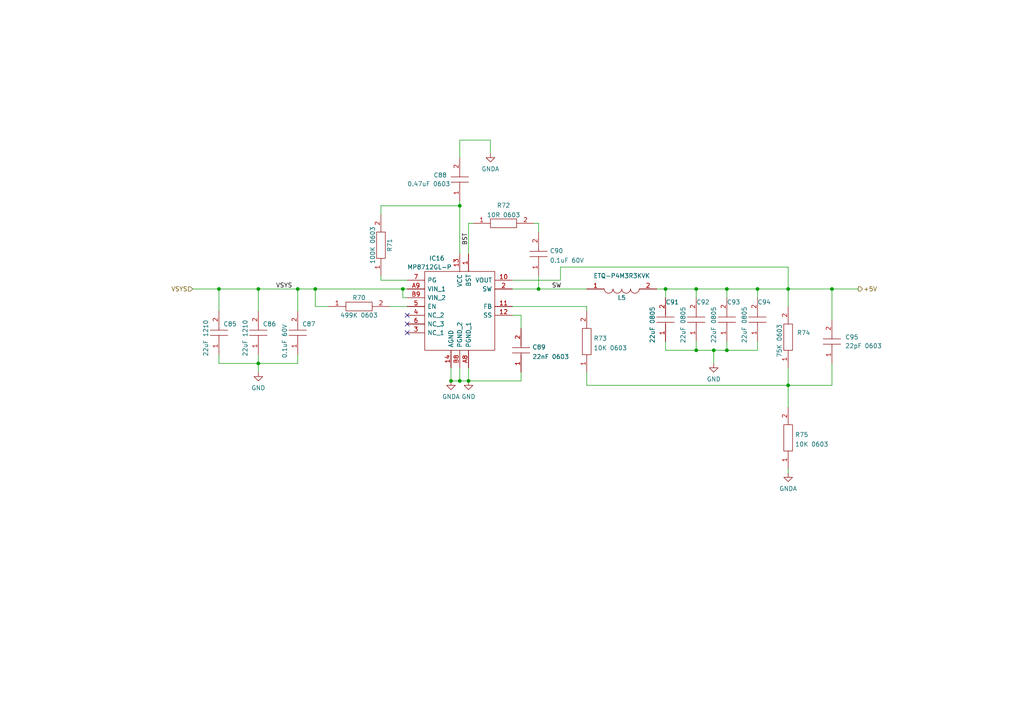
<source format=kicad_sch>
(kicad_sch (version 20211123) (generator eeschema)
  (paper "A4")
  (lib_symbols
    (symbol "GRM21BR61E226ME44L_1" (pin_names (offset 0.762))
      (property "Reference" "C" (at 8.89 6.35 0))
      (property "Value" "GRM21BR61E226ME44L_1" (at 8.89 3.81 0))
      (symbol "GRM21BR61E226ME44L_1_0_0"
        (pin passive line (at 0 0 0) (length 5.08) (name "~") (number "1"))
        (pin passive line (at 12.7 0 180) (length 5.08) (name "~") (number "2"))
      )
      (symbol "GRM21BR61E226ME44L_1_0_1"
        (polyline (pts (xy 5.08 0) (xy 5.588 0)) (stroke (width 0.1524)))
        (polyline (pts (xy 5.588 2.54) (xy 5.588 -2.54)) (stroke (width 0.1524)))
        (polyline (pts (xy 7.112 0) (xy 7.62 0)) (stroke (width 0.1524)))
        (polyline (pts (xy 7.112 2.54) (xy 7.112 -2.54)) (stroke (width 0.1524)))
      )
    )
    (symbol "GRM21BR61E226ME44L_2" (pin_names (offset 0.762))
      (property "Reference" "C" (at 8.89 6.35 0))
      (property "Value" "GRM21BR61E226ME44L_2" (at 8.89 3.81 0))
      (symbol "GRM21BR61E226ME44L_2_0_0"
        (pin passive line (at 0 0 0) (length 5.08) (name "~") (number "1"))
        (pin passive line (at 12.7 0 180) (length 5.08) (name "~") (number "2"))
      )
      (symbol "GRM21BR61E226ME44L_2_0_1"
        (polyline (pts (xy 5.08 0) (xy 5.588 0)) (stroke (width 0.1524)))
        (polyline (pts (xy 5.588 2.54) (xy 5.588 -2.54)) (stroke (width 0.1524)))
        (polyline (pts (xy 7.112 0) (xy 7.62 0)) (stroke (width 0.1524)))
        (polyline (pts (xy 7.112 2.54) (xy 7.112 -2.54)) (stroke (width 0.1524)))
      )
    )
    (symbol "GRM21BR61E226ME44L_3" (pin_names (offset 0.762))
      (property "Reference" "C" (at 8.89 6.35 0))
      (property "Value" "GRM21BR61E226ME44L_3" (at 8.89 3.81 0))
      (symbol "GRM21BR61E226ME44L_3_0_0"
        (pin passive line (at 0 0 0) (length 5.08) (name "~") (number "1"))
        (pin passive line (at 12.7 0 180) (length 5.08) (name "~") (number "2"))
      )
      (symbol "GRM21BR61E226ME44L_3_0_1"
        (polyline (pts (xy 5.08 0) (xy 5.588 0)) (stroke (width 0.1524)))
        (polyline (pts (xy 5.588 2.54) (xy 5.588 -2.54)) (stroke (width 0.1524)))
        (polyline (pts (xy 7.112 0) (xy 7.62 0)) (stroke (width 0.1524)))
        (polyline (pts (xy 7.112 2.54) (xy 7.112 -2.54)) (stroke (width 0.1524)))
      )
    )
    (symbol "cf33pwr:06035C104K4Z2A" (pin_names (offset 0.762))
      (property "Reference" "C" (at 8.89 6.35 0))
      (property "Value" "06035C104K4Z2A" (at 8.89 3.81 0))
      (symbol "06035C104K4Z2A_0_0"
        (pin passive line (at 0 0 0) (length 5.08) (name "~") (number "1"))
        (pin passive line (at 12.7 0 180) (length 5.08) (name "~") (number "2"))
      )
      (symbol "06035C104K4Z2A_0_1"
        (polyline (pts (xy 5.08 0) (xy 5.588 0)) (stroke (width 0.1524)))
        (polyline (pts (xy 5.588 2.54) (xy 5.588 -2.54)) (stroke (width 0.1524)))
        (polyline (pts (xy 7.112 0) (xy 7.62 0)) (stroke (width 0.1524)))
        (polyline (pts (xy 7.112 2.54) (xy 7.112 -2.54)) (stroke (width 0.1524)))
      )
    )
    (symbol "cf33pwr:06035C220JAT2A" (pin_names (offset 0.762))
      (property "Reference" "C" (at 8.89 6.35 0))
      (property "Value" "06035C220JAT2A" (at 8.89 3.81 0))
      (symbol "06035C220JAT2A_0_0"
        (pin passive line (at 0 0 0) (length 5.08) (name "~") (number "1"))
        (pin passive line (at 12.7 0 180) (length 5.08) (name "~") (number "2"))
      )
      (symbol "06035C220JAT2A_0_1"
        (polyline (pts (xy 5.08 0) (xy 5.588 0)) (stroke (width 0.1524)))
        (polyline (pts (xy 5.588 2.54) (xy 5.588 -2.54)) (stroke (width 0.1524)))
        (polyline (pts (xy 7.112 0) (xy 7.62 0)) (stroke (width 0.1524)))
        (polyline (pts (xy 7.112 2.54) (xy 7.112 -2.54)) (stroke (width 0.1524)))
      )
    )
    (symbol "cf33pwr:06035C474KAT2A" (pin_names (offset 0.762))
      (property "Reference" "C" (at 8.89 6.35 0))
      (property "Value" "06035C474KAT2A" (at 8.89 3.81 0))
      (symbol "06035C474KAT2A_0_0"
        (pin passive line (at 0 0 0) (length 5.08) (name "~") (number "1"))
        (pin passive line (at 12.7 0 180) (length 5.08) (name "~") (number "2"))
      )
      (symbol "06035C474KAT2A_0_1"
        (polyline (pts (xy 5.08 0) (xy 5.588 0)) (stroke (width 0.1524)))
        (polyline (pts (xy 5.588 2.54) (xy 5.588 -2.54)) (stroke (width 0.1524)))
        (polyline (pts (xy 7.112 0) (xy 7.62 0)) (stroke (width 0.1524)))
        (polyline (pts (xy 7.112 2.54) (xy 7.112 -2.54)) (stroke (width 0.1524)))
      )
    )
    (symbol "cf33pwr:885382206003" (pin_names (offset 0.762))
      (property "Reference" "C" (at 8.89 6.35 0))
      (property "Value" "885382206003" (at 8.89 3.81 0))
      (symbol "885382206003_0_0"
        (pin passive line (at 0 0 0) (length 5.08) (name "~") (number "1"))
        (pin passive line (at 12.7 0 180) (length 5.08) (name "~") (number "2"))
      )
      (symbol "885382206003_0_1"
        (polyline (pts (xy 5.08 0) (xy 5.588 0)) (stroke (width 0.1524)))
        (polyline (pts (xy 5.588 2.54) (xy 5.588 -2.54)) (stroke (width 0.1524)))
        (polyline (pts (xy 7.112 0) (xy 7.62 0)) (stroke (width 0.1524)))
        (polyline (pts (xy 7.112 2.54) (xy 7.112 -2.54)) (stroke (width 0.1524)))
      )
    )
    (symbol "cf33pwr:CNC6P1X7R1E226M250AE" (pin_names (offset 0.762))
      (property "Reference" "C" (at 8.89 6.35 0))
      (property "Value" "CNC6P1X7R1E226M250AE" (at 8.89 3.81 0))
      (symbol "CNC6P1X7R1E226M250AE_0_0"
        (pin passive line (at 0 0 0) (length 5.08) (name "~") (number "1"))
        (pin passive line (at 12.7 0 180) (length 5.08) (name "~") (number "2"))
      )
      (symbol "CNC6P1X7R1E226M250AE_0_1"
        (polyline (pts (xy 5.08 0) (xy 5.588 0)) (stroke (width 0.1524)))
        (polyline (pts (xy 5.588 2.54) (xy 5.588 -2.54)) (stroke (width 0.1524)))
        (polyline (pts (xy 7.112 0) (xy 7.62 0)) (stroke (width 0.1524)))
        (polyline (pts (xy 7.112 2.54) (xy 7.112 -2.54)) (stroke (width 0.1524)))
      )
    )
    (symbol "cf33pwr:CRCW060310K0FKEAC" (pin_names (offset 0.762))
      (property "Reference" "R" (at 13.97 6.35 0))
      (property "Value" "CRCW060310K0FKEAC" (at 13.97 3.81 0))
      (symbol "CRCW060310K0FKEAC_0_0"
        (pin passive line (at 0 0 0) (length 5.08) (name "~") (number "1"))
        (pin passive line (at 17.78 0 180) (length 5.08) (name "~") (number "2"))
      )
      (symbol "CRCW060310K0FKEAC_0_1"
        (polyline (pts (xy 5.08 1.27) (xy 12.7 1.27) (xy 12.7 -1.27) (xy 5.08 -1.27) (xy 5.08 1.27)) (stroke (width 0.1524)))
      )
    )
    (symbol "cf33pwr:CRCW0603499KFKTA" (pin_names (offset 0.762))
      (property "Reference" "R" (at 13.97 6.35 0))
      (property "Value" "CRCW0603499KFKTA" (at 13.97 3.81 0))
      (symbol "CRCW0603499KFKTA_0_0"
        (pin passive line (at 0 0 0) (length 5.08) (name "~") (number "1"))
        (pin passive line (at 17.78 0 180) (length 5.08) (name "~") (number "2"))
      )
      (symbol "CRCW0603499KFKTA_0_1"
        (polyline (pts (xy 5.08 1.27) (xy 12.7 1.27) (xy 12.7 -1.27) (xy 5.08 -1.27) (xy 5.08 1.27)) (stroke (width 0.1524)))
      )
    )
    (symbol "cf33pwr:CRGCQ0603F10R" (pin_names (offset 0.762))
      (property "Reference" "R" (at 13.97 6.35 0))
      (property "Value" "CRGCQ0603F10R" (at 13.97 3.81 0))
      (symbol "CRGCQ0603F10R_0_0"
        (pin passive line (at 0 0 0) (length 5.08) (name "~") (number "1"))
        (pin passive line (at 17.78 0 180) (length 5.08) (name "~") (number "2"))
      )
      (symbol "CRGCQ0603F10R_0_1"
        (polyline (pts (xy 5.08 1.27) (xy 12.7 1.27) (xy 12.7 -1.27) (xy 5.08 -1.27) (xy 5.08 1.27)) (stroke (width 0.1524)))
      )
    )
    (symbol "cf33pwr:ERJ-H3ED1003V" (pin_names (offset 0.762))
      (property "Reference" "R" (at 13.97 6.35 0))
      (property "Value" "ERJ-H3ED1003V" (at 13.97 3.81 0))
      (symbol "ERJ-H3ED1003V_0_0"
        (pin passive line (at 0 0 0) (length 5.08) (name "~") (number "1"))
        (pin passive line (at 17.78 0 180) (length 5.08) (name "~") (number "2"))
      )
      (symbol "ERJ-H3ED1003V_0_1"
        (polyline (pts (xy 5.08 1.27) (xy 12.7 1.27) (xy 12.7 -1.27) (xy 5.08 -1.27) (xy 5.08 1.27)) (stroke (width 0.1524)))
      )
    )
    (symbol "cf33pwr:GRM21BR61E226ME44L" (pin_names (offset 0.762))
      (property "Reference" "C" (at 8.89 6.35 0))
      (property "Value" "GRM21BR61E226ME44L" (at 8.89 3.81 0))
      (symbol "GRM21BR61E226ME44L_0_0"
        (pin passive line (at 0 0 0) (length 5.08) (name "~") (number "1"))
        (pin passive line (at 12.7 0 180) (length 5.08) (name "~") (number "2"))
      )
      (symbol "GRM21BR61E226ME44L_0_1"
        (polyline (pts (xy 5.08 0) (xy 5.588 0)) (stroke (width 0.1524)))
        (polyline (pts (xy 5.588 2.54) (xy 5.588 -2.54)) (stroke (width 0.1524)))
        (polyline (pts (xy 7.112 0) (xy 7.62 0)) (stroke (width 0.1524)))
        (polyline (pts (xy 7.112 2.54) (xy 7.112 -2.54)) (stroke (width 0.1524)))
      )
    )
    (symbol "cf33pwr:MP8712GL-P" (pin_names (offset 0.762))
      (property "Reference" "IC" (at 26.67 7.62 0))
      (property "Value" "MP8712GL-P" (at 26.67 5.08 0))
      (symbol "MP8712GL-P_0_0"
        (pin passive line (at 17.78 7.62 270) (length 5.08) (name "BST") (number "1"))
        (pin passive line (at 30.48 0 180) (length 5.08) (name "VOUT") (number "10"))
        (pin passive line (at 30.48 -7.62 180) (length 5.08) (name "FB") (number "11"))
        (pin passive line (at 30.48 -10.16 180) (length 5.08) (name "SS") (number "12"))
        (pin passive line (at 15.24 7.62 270) (length 5.08) (name "VCC") (number "13"))
        (pin passive line (at 12.7 -25.4 90) (length 5.08) (name "AGND") (number "14"))
        (pin passive line (at 30.48 -2.54 180) (length 5.08) (name "SW") (number "2"))
        (pin passive line (at 0 -15.24 0) (length 5.08) (name "NC_1") (number "3"))
        (pin passive line (at 0 -10.16 0) (length 5.08) (name "NC_2") (number "4"))
        (pin passive line (at 0 -7.62 0) (length 5.08) (name "EN") (number "5"))
        (pin passive line (at 0 -12.7 0) (length 5.08) (name "NC_3") (number "6"))
        (pin passive line (at 0 0 0) (length 5.08) (name "PG") (number "7"))
        (pin passive line (at 17.78 -25.4 90) (length 5.08) (name "PGND_1") (number "A8"))
        (pin passive line (at 0 -2.54 0) (length 5.08) (name "VIN_1") (number "A9"))
        (pin passive line (at 15.24 -25.4 90) (length 5.08) (name "PGND_2") (number "B8"))
        (pin passive line (at 0 -5.08 0) (length 5.08) (name "VIN_2") (number "B9"))
      )
      (symbol "MP8712GL-P_0_1"
        (polyline (pts (xy 5.08 2.54) (xy 25.4 2.54) (xy 25.4 -20.32) (xy 5.08 -20.32) (xy 5.08 2.54)) (stroke (width 0.1524)))
      )
    )
    (symbol "global_lib:ETQ-P4M3R3KVK" (pin_names (offset 0.762))
      (property "Reference" "L" (at 16.51 6.35 0))
      (property "Value" "ETQ-P4M3R3KVK" (at 16.51 3.81 0))
      (symbol "ETQ-P4M3R3KVK_0_0"
        (pin passive line (at 0 0 0) (length 5.08) (name "~") (number "1"))
        (pin passive line (at 20.32 0 180) (length 5.08) (name "~") (number "2"))
      )
      (symbol "ETQ-P4M3R3KVK_0_1"
        (arc (start 5.08 0) (mid 6.35 -1.3218) (end 7.62 0) (stroke (width 0.1524)))
        (arc (start 7.62 0) (mid 8.89 -1.3218) (end 10.16 0) (stroke (width 0.1524)))
        (arc (start 10.16 0) (mid 11.43 -1.3218) (end 12.7 0) (stroke (width 0.1524)))
        (arc (start 12.7 0) (mid 13.97 -1.3218) (end 15.24 0) (stroke (width 0.1524)))
      )
    )
    (symbol "global_lib:RCS060375K0FKEA" (pin_names (offset 0.762))
      (property "Reference" "R" (at 13.97 6.35 0))
      (property "Value" "RCS060375K0FKEA" (at 13.97 3.81 0))
      (symbol "RCS060375K0FKEA_0_0"
        (pin passive line (at 0 0 0) (length 5.08) (name "~") (number "1"))
        (pin passive line (at 17.78 0 180) (length 5.08) (name "~") (number "2"))
      )
      (symbol "RCS060375K0FKEA_0_1"
        (polyline (pts (xy 5.08 1.27) (xy 12.7 1.27) (xy 12.7 -1.27) (xy 5.08 -1.27) (xy 5.08 1.27)) (stroke (width 0.1524)))
      )
    )
    (symbol "power:GND" (power) (pin_names (offset 0))
      (property "Value" "GND" (at 0 -3.81 0))
      (symbol "GND_0_1"
        (polyline (pts (xy 0 0) (xy 0 -1.27) (xy 1.27 -1.27) (xy 0 -2.54) (xy -1.27 -1.27) (xy 0 -1.27)))
      )
      (symbol "GND_1_1"
        (pin power_in line (at 0 0 270) (length 0) hide (name "GND") (number "1"))
      )
    )
    (symbol "power:GNDA" (power) (pin_names (offset 0))
      (property "Value" "GNDA" (at 0 -3.81 0))
      (symbol "GNDA_0_1"
        (polyline (pts (xy 0 0) (xy 0 -1.27) (xy 1.27 -1.27) (xy 0 -2.54) (xy -1.27 -1.27) (xy 0 -1.27)))
      )
      (symbol "GNDA_1_1"
        (pin power_in line (at 0 0 270) (length 0) hide (name "GNDA") (number "1"))
      )
    )
  )
  (junction (at 210.82 101.6))
  (junction (at 207.01 101.6))
  (junction (at 156.21 83.82))
  (junction (at 130.81 110.49))
  (junction (at 228.6 111.76))
  (junction (at 210.82 83.82))
  (junction (at 241.3 83.82))
  (junction (at 116.84 83.82))
  (junction (at 86.36 83.82))
  (junction (at 201.93 101.6))
  (junction (at 91.44 83.82))
  (junction (at 74.93 105.41))
  (junction (at 63.5 83.82))
  (junction (at 133.35 59.69))
  (junction (at 193.04 83.82))
  (junction (at 228.6 83.82))
  (junction (at 201.93 83.82))
  (junction (at 135.89 110.49))
  (junction (at 219.71 83.82))
  (junction (at 74.93 83.82))
  (junction (at 133.35 110.49))
  (no_connect (at 118.11 91.44))
  (no_connect (at 118.11 93.98))
  (no_connect (at 118.11 96.52))
  (wire (pts (xy 151.13 107.95) (xy 151.13 110.49)))
  (wire (pts (xy 190.5 83.82) (xy 193.04 83.82)))
  (wire (pts (xy 228.6 135.89) (xy 228.6 137.16)))
  (wire (pts (xy 133.35 110.49) (xy 135.89 110.49)))
  (wire (pts (xy 162.56 77.47) (xy 228.6 77.47)))
  (wire (pts (xy 133.35 40.64) (xy 142.24 40.64)))
  (wire (pts (xy 201.93 101.6) (xy 207.01 101.6)))
  (wire (pts (xy 133.35 58.42) (xy 133.35 59.69)))
  (wire (pts (xy 133.35 45.72) (xy 133.35 40.64)))
  (wire (pts (xy 55.88 83.82) (xy 63.5 83.82)))
  (wire (pts (xy 142.24 40.64) (xy 142.24 44.45)))
  (wire (pts (xy 74.93 105.41) (xy 74.93 107.95)))
  (wire (pts (xy 193.04 99.06) (xy 193.04 101.6)))
  (wire (pts (xy 110.49 80.01) (xy 110.49 81.28)))
  (wire (pts (xy 63.5 83.82) (xy 74.93 83.82)))
  (wire (pts (xy 86.36 83.82) (xy 91.44 83.82)))
  (wire (pts (xy 170.18 90.17) (xy 170.18 88.9)))
  (wire (pts (xy 63.5 83.82) (xy 63.5 90.17)))
  (wire (pts (xy 170.18 111.76) (xy 170.18 107.95)))
  (wire (pts (xy 162.56 77.47) (xy 162.56 81.28)))
  (wire (pts (xy 241.3 111.76) (xy 241.3 105.41)))
  (wire (pts (xy 95.25 88.9) (xy 91.44 88.9)))
  (wire (pts (xy 91.44 88.9) (xy 91.44 83.82)))
  (wire (pts (xy 228.6 83.82) (xy 241.3 83.82)))
  (wire (pts (xy 63.5 105.41) (xy 74.93 105.41)))
  (wire (pts (xy 156.21 80.01) (xy 156.21 83.82)))
  (wire (pts (xy 148.59 88.9) (xy 170.18 88.9)))
  (wire (pts (xy 118.11 86.36) (xy 116.84 86.36)))
  (wire (pts (xy 207.01 101.6) (xy 210.82 101.6)))
  (wire (pts (xy 193.04 83.82) (xy 201.93 83.82)))
  (wire (pts (xy 86.36 105.41) (xy 74.93 105.41)))
  (wire (pts (xy 130.81 106.68) (xy 130.81 110.49)))
  (wire (pts (xy 135.89 64.77) (xy 135.89 73.66)))
  (wire (pts (xy 241.3 83.82) (xy 248.92 83.82)))
  (wire (pts (xy 219.71 101.6) (xy 219.71 99.06)))
  (wire (pts (xy 193.04 83.82) (xy 193.04 86.36)))
  (wire (pts (xy 135.89 106.68) (xy 135.89 110.49)))
  (wire (pts (xy 151.13 110.49) (xy 135.89 110.49)))
  (wire (pts (xy 86.36 83.82) (xy 86.36 90.17)))
  (wire (pts (xy 210.82 83.82) (xy 210.82 86.36)))
  (wire (pts (xy 228.6 106.68) (xy 228.6 111.76)))
  (wire (pts (xy 156.21 67.31) (xy 156.21 64.77)))
  (wire (pts (xy 201.93 99.06) (xy 201.93 101.6)))
  (wire (pts (xy 116.84 86.36) (xy 116.84 83.82)))
  (wire (pts (xy 148.59 83.82) (xy 156.21 83.82)))
  (wire (pts (xy 210.82 101.6) (xy 219.71 101.6)))
  (wire (pts (xy 228.6 111.76) (xy 241.3 111.76)))
  (wire (pts (xy 63.5 102.87) (xy 63.5 105.41)))
  (wire (pts (xy 228.6 77.47) (xy 228.6 83.82)))
  (wire (pts (xy 201.93 83.82) (xy 201.93 86.36)))
  (wire (pts (xy 91.44 83.82) (xy 116.84 83.82)))
  (wire (pts (xy 219.71 83.82) (xy 219.71 86.36)))
  (wire (pts (xy 219.71 83.82) (xy 228.6 83.82)))
  (wire (pts (xy 130.81 110.49) (xy 133.35 110.49)))
  (wire (pts (xy 156.21 64.77) (xy 154.94 64.77)))
  (wire (pts (xy 151.13 91.44) (xy 151.13 95.25)))
  (wire (pts (xy 228.6 111.76) (xy 228.6 118.11)))
  (wire (pts (xy 148.59 91.44) (xy 151.13 91.44)))
  (wire (pts (xy 170.18 111.76) (xy 228.6 111.76)))
  (wire (pts (xy 201.93 83.82) (xy 210.82 83.82)))
  (wire (pts (xy 133.35 59.69) (xy 133.35 73.66)))
  (wire (pts (xy 210.82 99.06) (xy 210.82 101.6)))
  (wire (pts (xy 162.56 81.28) (xy 148.59 81.28)))
  (wire (pts (xy 74.93 83.82) (xy 86.36 83.82)))
  (wire (pts (xy 74.93 83.82) (xy 74.93 90.17)))
  (wire (pts (xy 193.04 101.6) (xy 201.93 101.6)))
  (wire (pts (xy 133.35 106.68) (xy 133.35 110.49)))
  (wire (pts (xy 241.3 83.82) (xy 241.3 92.71)))
  (wire (pts (xy 228.6 83.82) (xy 228.6 88.9)))
  (wire (pts (xy 110.49 81.28) (xy 118.11 81.28)))
  (wire (pts (xy 210.82 83.82) (xy 219.71 83.82)))
  (wire (pts (xy 156.21 83.82) (xy 170.18 83.82)))
  (wire (pts (xy 116.84 83.82) (xy 118.11 83.82)))
  (wire (pts (xy 110.49 62.23) (xy 110.49 59.69)))
  (wire (pts (xy 74.93 105.41) (xy 74.93 102.87)))
  (wire (pts (xy 86.36 102.87) (xy 86.36 105.41)))
  (wire (pts (xy 207.01 101.6) (xy 207.01 105.41)))
  (wire (pts (xy 137.16 64.77) (xy 135.89 64.77)))
  (wire (pts (xy 110.49 59.69) (xy 133.35 59.69)))
  (wire (pts (xy 113.03 88.9) (xy 118.11 88.9)))
  (label "BST" (at 135.89 71.12 90))
  (label "SW" (at 160.02 83.82 0))
  (label "VSYS" (at 80.01 83.82 0))
  (hierarchical_label "+5V" (shape output) (at 248.92 83.82 0))
  (hierarchical_label "VSYS" (shape input) (at 55.88 83.82 180))
  (symbol (lib_id "cf33pwr:CNC6P1X7R1E226M250AE") (at 63.5 102.87 90)
    (property "Reference" "C85" (at 64.77 93.98 90) (effects (justify right)))
    (property "Value" "22uF 1210" (at 59.69 92.71 0) (effects (justify right)))
    (property "Footprint" "C_1210_3225Metric" (effects hide))
    (property "Datasheet" "https://product.tdk.com/system/files/dam/doc/product/capacitor/ceramic/mlcc/catalog/mlcc_commercial_soft_cnc_en.pdf" (effects hide))
    (property "Description" "Multilayer Ceramic Chip Capacitors, Capacitance=22uF, LxWxT:3.2x2.5x2.5mm" (effects hide))
    (property "Height" "2.8" (effects hide))
    (property "Manufacturer_Name" "TDK" (effects hide))
    (property "Manufacturer_Part_Number" "CNC6P1X7R1E226M250AE" (effects hide))
    (property "Mouser Part Number" "810-CNC6PX7R1E226M25" (effects hide))
    (property "Mouser Price/Stock" "https://www.mouser.co.uk/ProductDetail/TDK/CNC6P1X7R1E226M250AE?qs=81r%252BiQLm7BQ2QGNukzjckg%3D%3D" (effects hide))
  )
  (symbol (lib_id "global_lib:RCS060375K0FKEA") (at 228.6 106.68 90)
    (property "Reference" "R74" (at 231.14 96.5199 90) (effects (justify right)))
    (property "Value" "75K 0603" (at 226.06 93.98 0) (effects (justify right)))
    (property "Footprint" "R_0603_1608Metric" (effects hide))
    (property "Datasheet" "https://componentsearchengine.com/Datasheets/1/RCS060375K0FKEA.pdf" (effects hide))
    (property "Description" "Thick Film Resistors - SMD 0.25watt 75Kohms 1% 100ppm" (effects hide))
    (property "Height" "0.5" (effects hide))
    (property "Manufacturer_Name" "Vishay" (effects hide))
    (property "Manufacturer_Part_Number" "RCS060375K0FKEA" (effects hide))
    (property "Mouser Part Number" "71-RCS060375K0FKEA" (effects hide))
    (property "Mouser Price/Stock" "https://www.mouser.co.uk/ProductDetail/Vishay-Dale/RCS060375K0FKEA?qs=6AVTNucw1PVVKffDG1OA9A%3D%3D" (effects hide))
  )
  (symbol (lib_id "cf33pwr:06035C104K4Z2A") (at 86.36 102.87 90)
    (property "Reference" "C87" (at 87.63 93.98 90) (effects (justify right)))
    (property "Value" "0.1uF 60V" (at 82.55 93.98 0) (effects (justify right)))
    (property "Footprint" "C_0603_1608Metric" (effects hide))
    (property "Datasheet" "http://datasheets.avx.com/X7RDielectric.pdf" (effects hide))
    (property "Description" "AVX 0603 Standard 100nF Ceramic Multilayer Capacitor, 60 V dc, +125" (effects hide))
    (property "Height" "0.9" (effects hide))
    (property "Manufacturer_Name" "AVX" (effects hide))
    (property "Manufacturer_Part_Number" "06035C104K4Z2A" (effects hide))
    (property "Mouser Part Number" "581-06035C104K4Z2A" (effects hide))
    (property "Mouser Price/Stock" "https://www.mouser.co.uk/ProductDetail/AVX/06035C104K4Z2A?qs=Xu68utgrSJ%252BIWkcA%2FahcwQ%3D%3D" (effects hide))
    (property "Arrow Part Number" "06035C104K4Z2A" (effects hide))
    (property "Arrow Price/Stock" "https://www.arrow.com/en/products/06035c104k4z2a/avx?region=nac" (effects hide))
  )
  (symbol (lib_id "power:GNDA") (at 228.6 137.16 0)
    (property "Reference" "#PWR068" (effects hide))
    (property "Value" "GNDA" (at 228.6 141.7225 0))
  )
  (symbol (lib_id "power:GND") (at 74.93 107.95 0)
    (property "Reference" "#PWR063" (effects hide))
    (property "Value" "GND" (at 74.93 112.5125 0))
  )
  (symbol (lib_id "cf33pwr:MP8712GL-P") (at 118.11 81.28 0)
    (property "Reference" "IC16" (at 124.46 74.93 0) (effects (justify left)))
    (property "Value" "MP8712GL-P" (at 118.11 77.47 0) (effects (justify left)))
    (property "Footprint" "MP8712GLP" (effects hide))
    (property "Datasheet" "https://componentsearchengine.com/Datasheets/1/MP8712GL-P.pdf" (effects hide))
    (property "Description" "Switching Voltage Regulators High-Efficiency, 12A, 18V, Synchronous Step-Down Converter" (effects hide))
    (property "Height" "0.9" (effects hide))
    (property "Manufacturer_Name" "Monolithic Power Systems (MPS)" (effects hide))
    (property "Manufacturer_Part_Number" "MP8712GL-P" (effects hide))
    (property "Mouser Part Number" "946-MP8712GL-P" (effects hide))
    (property "Mouser Price/Stock" "https://www.mouser.co.uk/ProductDetail/Monolithic-Power-Systems-MPS/MP8712GL-P?qs=5aG0NVq1C4xcBCNoDtGMKw%3D%3D" (effects hide))
  )
  (symbol (lib_id "cf33pwr:CRCW0603499KFKTA") (at 95.25 88.9 0)
    (property "Reference" "R70" (at 104.14 86.36 0))
    (property "Value" "499K 0603" (at 104.14 91.44 0))
    (property "Footprint" "R_0603_1608Metric" (effects hide))
    (property "Datasheet" "http://www.vishay.com/docs/20035/dcrcwe3.pdf" (effects hide))
    (property "Description" "Thick Film Resistors - SMD 1/10watt 499Kohms 1%" (effects hide))
    (property "Height" "0.5" (effects hide))
    (property "Manufacturer_Name" "Vishay" (effects hide))
    (property "Manufacturer_Part_Number" "CRCW0603499KFKTA" (effects hide))
    (property "Mouser Part Number" "71-CRCW0603-499K" (effects hide))
    (property "Mouser Price/Stock" "https://www.mouser.co.uk/ProductDetail/Vishay-Dale/CRCW0603499KFKTA?qs=Ymhh3MYumTkHOZExoIWvfg%3D%3D" (effects hide))
  )
  (symbol (lib_id "cf33pwr:CRGCQ0603F10R") (at 137.16 64.77 0)
    (property "Reference" "R72" (at 146.05 59.5843 0))
    (property "Value" "10R 0603" (at 146.05 62.3594 0))
    (property "Footprint" "R_0603_1608Metric" (effects hide))
    (property "Datasheet" "https://www.te.com/commerce/DocumentDelivery/DDEController?Action=showdoc&DocId=Data+Sheet%7F1773204-3%7F1%7Fpdf%7FEnglish%7FENG_DS_1773204-3_1.pdf%7F1-2176339-3" (effects hide))
    (property "Description" "Thick Film Resistors - SMD CRGCQ 0603 10R 1% SMD Resistor" (effects hide))
    (property "Height" "0.55" (effects hide))
    (property "Manufacturer_Name" "TE Connectivity" (effects hide))
    (property "Manufacturer_Part_Number" "CRGCQ0603F10R" (effects hide))
    (property "Mouser Part Number" "279-CRGCQ0603F10R" (effects hide))
    (property "Mouser Price/Stock" "https://www.mouser.co.uk/ProductDetail/TE-Connectivity-Holsworthy/CRGCQ0603F10R?qs=wUXugUrL1qwYfIyAm5jwTg%3D%3D" (effects hide))
    (property "Arrow Part Number" "CRGCQ0603F10R" (effects hide))
    (property "Arrow Price/Stock" "https://www.arrow.com/en/products/crgcq0603f10r/te-connectivity" (effects hide))
  )
  (symbol (lib_name "GRM21BR61E226ME44L_1") (lib_id "cf33pwr:GRM21BR61E226ME44L") (at 201.93 99.06 90)
    (property "Reference" "C92" (at 201.93 87.63 90) (effects (justify right)))
    (property "Value" "22uF 0805" (at 198.12 88.9 0) (effects (justify right)))
    (property "Footprint" "C_0805_2012Metric" (effects hide))
    (property "Datasheet" "https://psearch.en.murata.com/capacitor/product/GRM21BR61E226ME44%23.html" (effects hide))
    (property "Description" "Ceramic Capacitors MLCC 0805 22uF 25V Murata 0805 GRM 22F Ceramic Multilayer Capacitor, 25 V dc, +85C, X5R Dielectric, +/-20% SMD" (effects hide))
    (property "Height" "1.45" (effects hide))
    (property "Manufacturer_Name" "Murata Electronics" (effects hide))
    (property "Manufacturer_Part_Number" "GRM21BR61E226ME44L" (effects hide))
    (property "Mouser Part Number" "81-GRM21BR61E226ME4L" (effects hide))
    (property "Mouser Price/Stock" "https://www.mouser.co.uk/ProductDetail/Murata-Electronics/GRM21BR61E226ME44L?qs=07yfQVYDK7vCPbMhLHi95g%3D%3D" (effects hide))
    (property "Arrow Part Number" "GRM21BR61E226ME44L" (effects hide))
    (property "Arrow Price/Stock" "https://www.arrow.com/en/products/grm21br61e226me44l/murata-manufacturing" (effects hide))
  )
  (symbol (lib_id "power:GNDA") (at 142.24 44.45 0)
    (property "Reference" "#PWR066" (effects hide))
    (property "Value" "GNDA" (at 142.24 49.0125 0))
  )
  (symbol (lib_id "cf33pwr:CRCW060310K0FKEAC") (at 170.18 107.95 90)
    (property "Reference" "R73" (at 172.1612 98.1515 90) (effects (justify right)))
    (property "Value" "10K 0603" (at 172.1612 100.9266 90) (effects (justify right)))
    (property "Footprint" "R_0603_1608Metric" (effects hide))
    (property "Datasheet" "https://componentsearchengine.com/Datasheets/1/CRCW060310K0FKEAC.pdf" (effects hide))
    (property "Description" "Thick Film Resistors - SMD 1/10Watt 10Kohms 1% Commercial Use" (effects hide))
    (property "Height" "0.55" (effects hide))
    (property "Manufacturer_Name" "Vishay" (effects hide))
    (property "Manufacturer_Part_Number" "CRCW060310K0FKEAC" (effects hide))
    (property "Mouser Part Number" "71-CRCW060310K0FKEAC" (effects hide))
    (property "Mouser Price/Stock" "https://www.mouser.co.uk/ProductDetail/Vishay-Dale/CRCW060310K0FKEAC?qs=E3Y5ESvWgWPkZNxkE0GwZg%3D%3D" (effects hide))
    (property "Arrow Part Number" "CRCW060310K0FKEAC" (effects hide))
    (property "Arrow Price/Stock" "https://www.arrow.com/en/products/crcw060310k0fkeac/vishay?region=nac" (effects hide))
  )
  (symbol (lib_id "power:GNDA") (at 130.81 110.49 0)
    (property "Reference" "#PWR064" (effects hide))
    (property "Value" "GNDA" (at 130.81 115.0525 0))
  )
  (symbol (lib_id "cf33pwr:GRM21BR61E226ME44L") (at 193.04 99.06 90)
    (property "Reference" "C91" (at 193.04 87.63 90) (effects (justify right)))
    (property "Value" "22uF 0805" (at 189.23 88.9 0) (effects (justify right)))
    (property "Footprint" "C_0805_2012Metric" (effects hide))
    (property "Datasheet" "https://psearch.en.murata.com/capacitor/product/GRM21BR61E226ME44%23.html" (effects hide))
    (property "Description" "Ceramic Capacitors MLCC 0805 22uF 25V Murata 0805 GRM 22F Ceramic Multilayer Capacitor, 25 V dc, +85C, X5R Dielectric, +/-20% SMD" (effects hide))
    (property "Height" "1.45" (effects hide))
    (property "Manufacturer_Name" "Murata Electronics" (effects hide))
    (property "Manufacturer_Part_Number" "GRM21BR61E226ME44L" (effects hide))
    (property "Mouser Part Number" "81-GRM21BR61E226ME4L" (effects hide))
    (property "Mouser Price/Stock" "https://www.mouser.co.uk/ProductDetail/Murata-Electronics/GRM21BR61E226ME44L?qs=07yfQVYDK7vCPbMhLHi95g%3D%3D" (effects hide))
    (property "Arrow Part Number" "GRM21BR61E226ME44L" (effects hide))
    (property "Arrow Price/Stock" "https://www.arrow.com/en/products/grm21br61e226me44l/murata-manufacturing" (effects hide))
  )
  (symbol (lib_id "cf33pwr:CNC6P1X7R1E226M250AE") (at 74.93 102.87 90)
    (property "Reference" "C86" (at 76.2 93.98 90) (effects (justify right)))
    (property "Value" "22uF 1210" (at 71.12 92.71 0) (effects (justify right)))
    (property "Footprint" "C_1210_3225Metric" (effects hide))
    (property "Datasheet" "https://product.tdk.com/system/files/dam/doc/product/capacitor/ceramic/mlcc/catalog/mlcc_commercial_soft_cnc_en.pdf" (effects hide))
    (property "Description" "Multilayer Ceramic Chip Capacitors, Capacitance=22uF, LxWxT:3.2x2.5x2.5mm" (effects hide))
    (property "Height" "2.8" (effects hide))
    (property "Manufacturer_Name" "TDK" (effects hide))
    (property "Manufacturer_Part_Number" "CNC6P1X7R1E226M250AE" (effects hide))
    (property "Mouser Part Number" "810-CNC6PX7R1E226M25" (effects hide))
    (property "Mouser Price/Stock" "https://www.mouser.co.uk/ProductDetail/TDK/CNC6P1X7R1E226M250AE?qs=81r%252BiQLm7BQ2QGNukzjckg%3D%3D" (effects hide))
  )
  (symbol (lib_id "power:GND") (at 135.89 110.49 0)
    (property "Reference" "#PWR065" (effects hide))
    (property "Value" "GND" (at 135.89 115.0525 0))
  )
  (symbol (lib_id "cf33pwr:06035C474KAT2A") (at 133.35 58.42 90)
    (property "Reference" "C88" (at 125.73 50.8 90) (effects (justify right)))
    (property "Value" "0.47uF 0603" (at 118.11 53.34 90) (effects (justify right)))
    (property "Footprint" "C_0603_1608Metric" (effects hide))
    (property "Datasheet" "https://componentsearchengine.com/Datasheets/1/06031A100FAT2A.pdf" (effects hide))
    (property "Description" "Multilayer Ceramic Capacitors MLCC - SMD/SMT" (effects hide))
    (property "Height" "0.9" (effects hide))
    (property "Manufacturer_Name" "AVX" (effects hide))
    (property "Manufacturer_Part_Number" "06035C474KAT2A" (effects hide))
    (property "Mouser Part Number" "581-06035C474KAT2A" (effects hide))
    (property "Mouser Price/Stock" "https://www.mouser.co.uk/ProductDetail/AVX/06035C474KAT2A?qs=NTN7dFTirrt6y3R5IAg8Rg%3D%3D" (effects hide))
    (property "Arrow Part Number" "06035C474KAT2A" (effects hide))
    (property "Arrow Price/Stock" "https://www.arrow.com/en/products/06035c474kat2a/avx" (effects hide))
  )
  (symbol (lib_id "cf33pwr:06035C220JAT2A") (at 241.3 105.41 90)
    (property "Reference" "C95" (at 245.11 97.7899 90) (effects (justify right)))
    (property "Value" "22pF 0603" (at 245.11 100.3299 90) (effects (justify right)))
    (property "Footprint" "C_0603_1608Metric" (effects hide))
    (property "Datasheet" "https://componentsearchengine.com/Datasheets/1/06031A100FAT2A.pdf" (effects hide))
    (property "Description" "AVX - 06035C220JAT2A - CAP, MLCC, X7R, 22PF, 50V, 0603" (effects hide))
    (property "Height" "0.9" (effects hide))
    (property "Manufacturer_Name" "AVX" (effects hide))
    (property "Manufacturer_Part_Number" "06035C220JAT2A" (effects hide))
    (property "Mouser Part Number" "581-06035C220JAT2A" (effects hide))
    (property "Mouser Price/Stock" "https://www.mouser.co.uk/ProductDetail/AVX/06035C220JAT2A?qs=EbDiPP9peV8r1LlCcc83tg%3D%3D" (effects hide))
    (property "Arrow Part Number" "06035C220JAT2A" (effects hide))
    (property "Arrow Price/Stock" "https://www.arrow.com/en/products/06035c220jat2a/avx?region=nac" (effects hide))
  )
  (symbol (lib_id "cf33pwr:CRCW060310K0FKEAC") (at 228.6 135.89 90)
    (property "Reference" "R75" (at 230.5812 126.0915 90) (effects (justify right)))
    (property "Value" "10K 0603" (at 230.5812 128.8666 90) (effects (justify right)))
    (property "Footprint" "R_0603_1608Metric" (effects hide))
    (property "Datasheet" "https://componentsearchengine.com/Datasheets/1/CRCW060310K0FKEAC.pdf" (effects hide))
    (property "Description" "Thick Film Resistors - SMD 1/10Watt 10Kohms 1% Commercial Use" (effects hide))
    (property "Height" "0.55" (effects hide))
    (property "Manufacturer_Name" "Vishay" (effects hide))
    (property "Manufacturer_Part_Number" "CRCW060310K0FKEAC" (effects hide))
    (property "Mouser Part Number" "71-CRCW060310K0FKEAC" (effects hide))
    (property "Mouser Price/Stock" "https://www.mouser.co.uk/ProductDetail/Vishay-Dale/CRCW060310K0FKEAC?qs=E3Y5ESvWgWPkZNxkE0GwZg%3D%3D" (effects hide))
    (property "Arrow Part Number" "CRCW060310K0FKEAC" (effects hide))
    (property "Arrow Price/Stock" "https://www.arrow.com/en/products/crcw060310k0fkeac/vishay?region=nac" (effects hide))
  )
  (symbol (lib_id "cf33pwr:06035C104K4Z2A") (at 156.21 80.01 90)
    (property "Reference" "C90" (at 159.4612 72.7515 90) (effects (justify right)))
    (property "Value" "0.1uF 60V" (at 159.4612 75.5266 90) (effects (justify right)))
    (property "Footprint" "C_0603_1608Metric" (effects hide))
    (property "Datasheet" "http://datasheets.avx.com/X7RDielectric.pdf" (effects hide))
    (property "Description" "AVX 0603 Standard 100nF Ceramic Multilayer Capacitor, 60 V dc, +125" (effects hide))
    (property "Height" "0.9" (effects hide))
    (property "Manufacturer_Name" "AVX" (effects hide))
    (property "Manufacturer_Part_Number" "06035C104K4Z2A" (effects hide))
    (property "Mouser Part Number" "581-06035C104K4Z2A" (effects hide))
    (property "Mouser Price/Stock" "https://www.mouser.co.uk/ProductDetail/AVX/06035C104K4Z2A?qs=Xu68utgrSJ%252BIWkcA%2FahcwQ%3D%3D" (effects hide))
    (property "Arrow Part Number" "06035C104K4Z2A" (effects hide))
    (property "Arrow Price/Stock" "https://www.arrow.com/en/products/06035c104k4z2a/avx?region=nac" (effects hide))
  )
  (symbol (lib_id "cf33pwr:885382206003") (at 151.13 107.95 90)
    (property "Reference" "C89" (at 154.3812 100.6915 90) (effects (justify right)))
    (property "Value" "22nF 0603" (at 154.3812 103.4666 90) (effects (justify right)))
    (property "Footprint" "C_0603_1608Metric" (effects hide))
    (property "Datasheet" "https://katalog.we-online.com/pbs/datasheet/885382206003.pdf" (effects hide))
    (property "Description" "Multilayer Ceramic Chip Capacitor WCAP-CSST Series 0603 22000pF X7R0603223K050DFCT1S000" (effects hide))
    (property "Height" "0.87" (effects hide))
    (property "Manufacturer_Name" "Wurth Elektronik" (effects hide))
    (property "Manufacturer_Part_Number" "885382206003" (effects hide))
    (property "Mouser Part Number" "710-885382206003" (effects hide))
    (property "Mouser Price/Stock" "https://www.mouser.co.uk/ProductDetail/Wurth-Elektronik/885382206003?qs=0lSvoLzn4L%252B83RgOU%2FBlQw%3D%3D" (effects hide))
  )
  (symbol (lib_id "global_lib:ETQ-P4M3R3KVK") (at 170.18 83.82 0)
    (property "Reference" "L5" (at 180.34 86.36 0))
    (property "Value" "ETQ-P4M3R3KVK" (at 180.34 80.01 0))
    (property "Footprint" "ETQ-P4M_KVK" (effects hide))
    (property "Datasheet" "http://industrial.panasonic.com/cdbs/www-data/pdf/AGL0000/AGL0000C63.pdf" (effects hide))
    (property "Description" "Power Choke Shielded Wirewound 3.3uH 20% 100KHz Metal 8.9A 15.4mOhm DCR Automotive T/R" (effects hide))
    (property "Height" "4" (effects hide))
    (property "Manufacturer_Name" "Panasonic" (effects hide))
    (property "Manufacturer_Part_Number" "ETQ-P4M3R3KVK" (effects hide))
    (property "Mouser Part Number" "667-ETQ-P4M3R3KVK" (effects hide))
    (property "Mouser Price/Stock" "https://www.mouser.co.uk/ProductDetail/Panasonic/ETQ-P4M3R3KVK?qs=DddhjTRTMKweWdpISbP6ag%3D%3D" (effects hide))
    (property "Arrow Part Number" "ETQ-P4M3R3KVK" (effects hide))
    (property "Arrow Price/Stock" "https://www.arrow.com/en/products/etq-p4m3r3kvk/panasonic" (effects hide))
  )
  (symbol (lib_id "power:GND") (at 207.01 105.41 0)
    (property "Reference" "#PWR067" (effects hide))
    (property "Value" "GND" (at 207.01 109.9725 0))
  )
  (symbol (lib_id "cf33pwr:ERJ-H3ED1003V") (at 110.49 80.01 90)
    (property "Reference" "R71" (at 113.03 71.12 0))
    (property "Value" "100K 0603" (at 108.0794 71.12 0))
    (property "Footprint" "R_0603_1608Metric" (effects hide))
    (property "Datasheet" "http://industrial.panasonic.com/cdbs/www-data/pdf/RDQ0000/ast-ind-151033.pdf" (effects hide))
    (property "Description" "High Temperature Thick Film Chip Resistor, 0603, 0.125W" (effects hide))
    (property "Manufacturer_Name" "Panasonic" (effects hide))
    (property "Manufacturer_Part_Number" "ERJ-H3ED1003V" (effects hide))
  )
  (symbol (lib_name "GRM21BR61E226ME44L_2") (lib_id "cf33pwr:GRM21BR61E226ME44L") (at 210.82 99.06 90)
    (property "Reference" "C93" (at 210.82 87.63 90) (effects (justify right)))
    (property "Value" "22uF 0805" (at 207.01 88.9 0) (effects (justify right)))
    (property "Footprint" "C_0805_2012Metric" (effects hide))
    (property "Datasheet" "https://psearch.en.murata.com/capacitor/product/GRM21BR61E226ME44%23.html" (effects hide))
    (property "Description" "Ceramic Capacitors MLCC 0805 22uF 25V Murata 0805 GRM 22F Ceramic Multilayer Capacitor, 25 V dc, +85C, X5R Dielectric, +/-20% SMD" (effects hide))
    (property "Height" "1.45" (effects hide))
    (property "Manufacturer_Name" "Murata Electronics" (effects hide))
    (property "Manufacturer_Part_Number" "GRM21BR61E226ME44L" (effects hide))
    (property "Mouser Part Number" "81-GRM21BR61E226ME4L" (effects hide))
    (property "Mouser Price/Stock" "https://www.mouser.co.uk/ProductDetail/Murata-Electronics/GRM21BR61E226ME44L?qs=07yfQVYDK7vCPbMhLHi95g%3D%3D" (effects hide))
    (property "Arrow Part Number" "GRM21BR61E226ME44L" (effects hide))
    (property "Arrow Price/Stock" "https://www.arrow.com/en/products/grm21br61e226me44l/murata-manufacturing" (effects hide))
  )
  (symbol (lib_name "GRM21BR61E226ME44L_3") (lib_id "cf33pwr:GRM21BR61E226ME44L") (at 219.71 99.06 90)
    (property "Reference" "C94" (at 219.71 87.63 90) (effects (justify right)))
    (property "Value" "22uF 0805" (at 215.9 88.9 0) (effects (justify right)))
    (property "Footprint" "C_0805_2012Metric" (effects hide))
    (property "Datasheet" "https://psearch.en.murata.com/capacitor/product/GRM21BR61E226ME44%23.html" (effects hide))
    (property "Description" "Ceramic Capacitors MLCC 0805 22uF 25V Murata 0805 GRM 22F Ceramic Multilayer Capacitor, 25 V dc, +85C, X5R Dielectric, +/-20% SMD" (effects hide))
    (property "Height" "1.45" (effects hide))
    (property "Manufacturer_Name" "Murata Electronics" (effects hide))
    (property "Manufacturer_Part_Number" "GRM21BR61E226ME44L" (effects hide))
    (property "Mouser Part Number" "81-GRM21BR61E226ME4L" (effects hide))
    (property "Mouser Price/Stock" "https://www.mouser.co.uk/ProductDetail/Murata-Electronics/GRM21BR61E226ME44L?qs=07yfQVYDK7vCPbMhLHi95g%3D%3D" (effects hide))
    (property "Arrow Part Number" "GRM21BR61E226ME44L" (effects hide))
    (property "Arrow Price/Stock" "https://www.arrow.com/en/products/grm21br61e226me44l/murata-manufacturing" (effects hide))
  )
)
</source>
